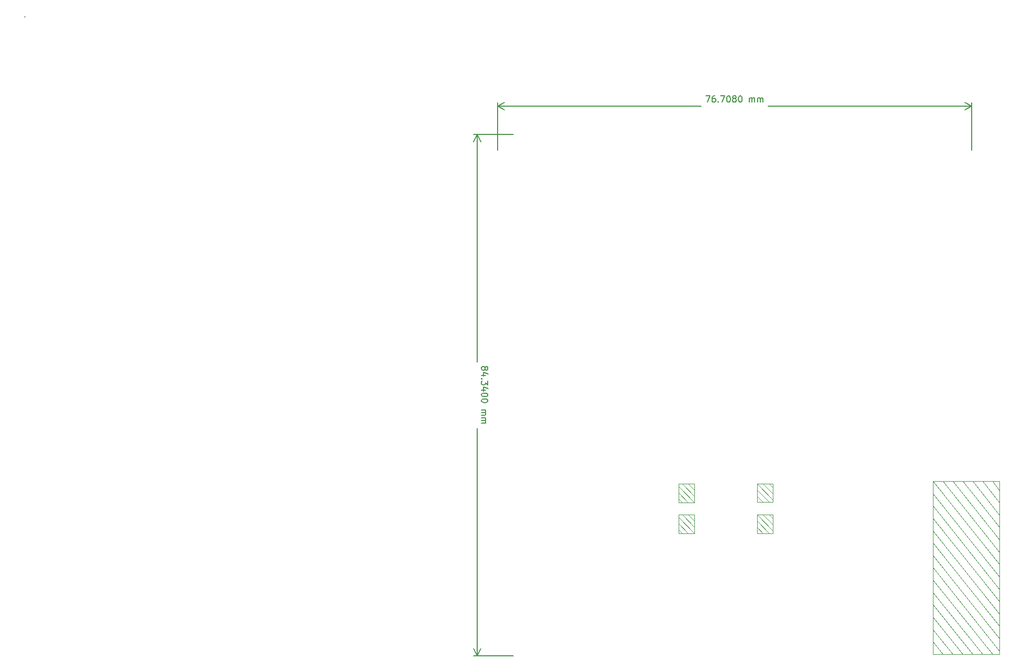
<source format=gbr>
G04 #@! TF.GenerationSoftware,KiCad,Pcbnew,(6.0.0)*
G04 #@! TF.CreationDate,2022-02-26T11:33:25+01:00*
G04 #@! TF.ProjectId,hamodule,68616d6f-6475-46c6-952e-6b696361645f,rev?*
G04 #@! TF.SameCoordinates,Original*
G04 #@! TF.FileFunction,OtherDrawing,Comment*
%FSLAX46Y46*%
G04 Gerber Fmt 4.6, Leading zero omitted, Abs format (unit mm)*
G04 Created by KiCad (PCBNEW (6.0.0)) date 2022-02-26 11:33:25*
%MOMM*%
%LPD*%
G01*
G04 APERTURE LIST*
%ADD10C,0.150000*%
%ADD11C,0.050000*%
%ADD12C,0.100000*%
G04 APERTURE END LIST*
D10*
X48663860Y-48254920D02*
X48656240Y-48262540D01*
X158845833Y-61103699D02*
X159512500Y-61103699D01*
X159083928Y-62103699D01*
X160322023Y-61103699D02*
X160131547Y-61103699D01*
X160036309Y-61151319D01*
X159988690Y-61198938D01*
X159893452Y-61341795D01*
X159845833Y-61532271D01*
X159845833Y-61913223D01*
X159893452Y-62008461D01*
X159941071Y-62056080D01*
X160036309Y-62103699D01*
X160226785Y-62103699D01*
X160322023Y-62056080D01*
X160369642Y-62008461D01*
X160417261Y-61913223D01*
X160417261Y-61675128D01*
X160369642Y-61579890D01*
X160322023Y-61532271D01*
X160226785Y-61484652D01*
X160036309Y-61484652D01*
X159941071Y-61532271D01*
X159893452Y-61579890D01*
X159845833Y-61675128D01*
X160845833Y-62008461D02*
X160893452Y-62056080D01*
X160845833Y-62103699D01*
X160798214Y-62056080D01*
X160845833Y-62008461D01*
X160845833Y-62103699D01*
X161226785Y-61103699D02*
X161893452Y-61103699D01*
X161464880Y-62103699D01*
X162464880Y-61103699D02*
X162560119Y-61103699D01*
X162655357Y-61151319D01*
X162702976Y-61198938D01*
X162750595Y-61294176D01*
X162798214Y-61484652D01*
X162798214Y-61722747D01*
X162750595Y-61913223D01*
X162702976Y-62008461D01*
X162655357Y-62056080D01*
X162560119Y-62103699D01*
X162464880Y-62103699D01*
X162369642Y-62056080D01*
X162322023Y-62008461D01*
X162274404Y-61913223D01*
X162226785Y-61722747D01*
X162226785Y-61484652D01*
X162274404Y-61294176D01*
X162322023Y-61198938D01*
X162369642Y-61151319D01*
X162464880Y-61103699D01*
X163369642Y-61532271D02*
X163274404Y-61484652D01*
X163226785Y-61437033D01*
X163179166Y-61341795D01*
X163179166Y-61294176D01*
X163226785Y-61198938D01*
X163274404Y-61151319D01*
X163369642Y-61103699D01*
X163560119Y-61103699D01*
X163655357Y-61151319D01*
X163702976Y-61198938D01*
X163750595Y-61294176D01*
X163750595Y-61341795D01*
X163702976Y-61437033D01*
X163655357Y-61484652D01*
X163560119Y-61532271D01*
X163369642Y-61532271D01*
X163274404Y-61579890D01*
X163226785Y-61627509D01*
X163179166Y-61722747D01*
X163179166Y-61913223D01*
X163226785Y-62008461D01*
X163274404Y-62056080D01*
X163369642Y-62103699D01*
X163560119Y-62103699D01*
X163655357Y-62056080D01*
X163702976Y-62008461D01*
X163750595Y-61913223D01*
X163750595Y-61722747D01*
X163702976Y-61627509D01*
X163655357Y-61579890D01*
X163560119Y-61532271D01*
X164369642Y-61103699D02*
X164464880Y-61103699D01*
X164560119Y-61151319D01*
X164607738Y-61198938D01*
X164655357Y-61294176D01*
X164702976Y-61484652D01*
X164702976Y-61722747D01*
X164655357Y-61913223D01*
X164607738Y-62008461D01*
X164560119Y-62056080D01*
X164464880Y-62103699D01*
X164369642Y-62103699D01*
X164274404Y-62056080D01*
X164226785Y-62008461D01*
X164179166Y-61913223D01*
X164131547Y-61722747D01*
X164131547Y-61484652D01*
X164179166Y-61294176D01*
X164226785Y-61198938D01*
X164274404Y-61151319D01*
X164369642Y-61103699D01*
X165893452Y-62103699D02*
X165893452Y-61437033D01*
X165893452Y-61532271D02*
X165941071Y-61484652D01*
X166036309Y-61437033D01*
X166179166Y-61437033D01*
X166274404Y-61484652D01*
X166322023Y-61579890D01*
X166322023Y-62103699D01*
X166322023Y-61579890D02*
X166369642Y-61484652D01*
X166464880Y-61437033D01*
X166607738Y-61437033D01*
X166702976Y-61484652D01*
X166750595Y-61579890D01*
X166750595Y-62103699D01*
X167226785Y-62103699D02*
X167226785Y-61437033D01*
X167226785Y-61532271D02*
X167274404Y-61484652D01*
X167369642Y-61437033D01*
X167512500Y-61437033D01*
X167607738Y-61484652D01*
X167655357Y-61579890D01*
X167655357Y-62103699D01*
X167655357Y-61579890D02*
X167702976Y-61484652D01*
X167798214Y-61437033D01*
X167941071Y-61437033D01*
X168036309Y-61484652D01*
X168083928Y-61579890D01*
X168083928Y-62103699D01*
X125158500Y-69913500D02*
X125158500Y-62214899D01*
X201866500Y-69913500D02*
X201866500Y-62214899D01*
X125158500Y-62801319D02*
X158127976Y-62801319D01*
X168897024Y-62801319D02*
X201866500Y-62801319D01*
X125158500Y-62801319D02*
X126285004Y-63387740D01*
X125158500Y-62801319D02*
X126285004Y-62214898D01*
X201866500Y-62801319D02*
X200739996Y-62214898D01*
X201866500Y-62801319D02*
X200739996Y-63387740D01*
X123122626Y-105115363D02*
X123170236Y-105020120D01*
X123217851Y-104972497D01*
X123313084Y-104924869D01*
X123360703Y-104924864D01*
X123455946Y-104972474D01*
X123503569Y-105020089D01*
X123551197Y-105115322D01*
X123551216Y-105305798D01*
X123503606Y-105401041D01*
X123455991Y-105448665D01*
X123360757Y-105496293D01*
X123313138Y-105496297D01*
X123217896Y-105448687D01*
X123170272Y-105401073D01*
X123122644Y-105305839D01*
X123122626Y-105115363D01*
X123074998Y-105020129D01*
X123027374Y-104972515D01*
X122932132Y-104924905D01*
X122741656Y-104924923D01*
X122646422Y-104972551D01*
X122598807Y-105020174D01*
X122551197Y-105115417D01*
X122551216Y-105305893D01*
X122598844Y-105401127D01*
X122646467Y-105448741D01*
X122741710Y-105496351D01*
X122932186Y-105496333D01*
X123027420Y-105448705D01*
X123075034Y-105401082D01*
X123122644Y-105305839D01*
X123217982Y-106353449D02*
X122551315Y-106353512D01*
X123598911Y-106115318D02*
X122884603Y-105877290D01*
X122884662Y-106496338D01*
X122646603Y-106877313D02*
X122598988Y-106924936D01*
X122551365Y-106877322D01*
X122598979Y-106829698D01*
X122646603Y-106877313D01*
X122551365Y-106877322D01*
X123551401Y-107258179D02*
X123551459Y-107877227D01*
X123170475Y-107543930D01*
X123170489Y-107686787D01*
X123122879Y-107782029D01*
X123075264Y-107829653D01*
X122980031Y-107877281D01*
X122741936Y-107877304D01*
X122646693Y-107829694D01*
X122599069Y-107782079D01*
X122551441Y-107686846D01*
X122551414Y-107401131D01*
X122599024Y-107305889D01*
X122646639Y-107258265D01*
X123218207Y-108734401D02*
X122551541Y-108734465D01*
X123599137Y-108496270D02*
X122884829Y-108258243D01*
X122884888Y-108877290D01*
X123551609Y-109448655D02*
X123551618Y-109543894D01*
X123504008Y-109639136D01*
X123456393Y-109686760D01*
X123361159Y-109734388D01*
X123170688Y-109782025D01*
X122932593Y-109782048D01*
X122742112Y-109734447D01*
X122646869Y-109686837D01*
X122599246Y-109639222D01*
X122551618Y-109543988D01*
X122551609Y-109448750D01*
X122599219Y-109353508D01*
X122646833Y-109305884D01*
X122742067Y-109258256D01*
X122932538Y-109210619D01*
X123170634Y-109210596D01*
X123361114Y-109258197D01*
X123456357Y-109305807D01*
X123503980Y-109353422D01*
X123551609Y-109448655D01*
X123551699Y-110401036D02*
X123551708Y-110496275D01*
X123504098Y-110591517D01*
X123456483Y-110639141D01*
X123361250Y-110686769D01*
X123170778Y-110734406D01*
X122932683Y-110734428D01*
X122742202Y-110686827D01*
X122646960Y-110639217D01*
X122599336Y-110591603D01*
X122551708Y-110496369D01*
X122551699Y-110401131D01*
X122599309Y-110305889D01*
X122646923Y-110258265D01*
X122742157Y-110210637D01*
X122932629Y-110163000D01*
X123170724Y-110162977D01*
X123361205Y-110210578D01*
X123456447Y-110258188D01*
X123504071Y-110305803D01*
X123551699Y-110401036D01*
X122551843Y-111924941D02*
X123218510Y-111924878D01*
X123123272Y-111924887D02*
X123170896Y-111972501D01*
X123218524Y-112067735D01*
X123218537Y-112210592D01*
X123170927Y-112305834D01*
X123075694Y-112353463D01*
X122551884Y-112353512D01*
X123075694Y-112353463D02*
X123170936Y-112401073D01*
X123218564Y-112496306D01*
X123218578Y-112639163D01*
X123170968Y-112734406D01*
X123075734Y-112782034D01*
X122551925Y-112782084D01*
X122551970Y-113258274D02*
X123218637Y-113258211D01*
X123123398Y-113258220D02*
X123171022Y-113305834D01*
X123218650Y-113401068D01*
X123218664Y-113543925D01*
X123171054Y-113639168D01*
X123075820Y-113686796D01*
X122552011Y-113686846D01*
X123075820Y-113686796D02*
X123171063Y-113734406D01*
X123218691Y-113829639D01*
X123218704Y-113972497D01*
X123171094Y-114067739D01*
X123075861Y-114115367D01*
X122552051Y-114115417D01*
X127706500Y-151713500D02*
X121271579Y-151714110D01*
X127698500Y-67373500D02*
X121263579Y-67374110D01*
X121857999Y-151714055D02*
X121854510Y-114928579D01*
X121853488Y-104159531D02*
X121849999Y-67374055D01*
X121857999Y-151714055D02*
X122444313Y-150587496D01*
X121857999Y-151714055D02*
X121271471Y-150587607D01*
X121849999Y-67374055D02*
X121263685Y-68500614D01*
X121849999Y-67374055D02*
X122436527Y-68500503D01*
D11*
X169716500Y-130503500D02*
X168116500Y-128903500D01*
X169116500Y-123903500D02*
X169716500Y-124503500D01*
X169116500Y-126903500D02*
X167116500Y-124903500D01*
X167116500Y-123903500D02*
X169716500Y-123903500D01*
X167116500Y-128903500D02*
X169716500Y-131503500D01*
X168116500Y-126903500D02*
X167116500Y-125903500D01*
X169716500Y-123903500D02*
X169716500Y-126903500D01*
X167116500Y-131903500D02*
X167116500Y-128903500D01*
X169716500Y-128903500D02*
X169716500Y-131903500D01*
X167116500Y-123903500D02*
X169716500Y-126503500D01*
X169716500Y-125503500D02*
X168116500Y-123903500D01*
X169716500Y-131903500D02*
X167116500Y-131903500D01*
X169116500Y-128903500D02*
X169716500Y-129503500D01*
X168116500Y-131903500D02*
X167116500Y-130903500D01*
X167116500Y-128903500D02*
X169716500Y-128903500D01*
X169116500Y-131903500D02*
X167116500Y-129903500D01*
X169716500Y-126903500D02*
X167116500Y-126903500D01*
X167116500Y-126903500D02*
X167116500Y-123903500D01*
X157006500Y-131933500D02*
X154406500Y-129333500D01*
X154406500Y-125333500D02*
X156006500Y-126933500D01*
X157006500Y-131933500D02*
X154406500Y-131933500D01*
X155006500Y-131933500D02*
X154406500Y-131333500D01*
X155006500Y-126933500D02*
X154406500Y-126333500D01*
X157006500Y-126933500D02*
X154406500Y-126933500D01*
X154406500Y-128933500D02*
X157006500Y-128933500D01*
X156006500Y-123933500D02*
X157006500Y-124933500D01*
X154406500Y-130333500D02*
X156006500Y-131933500D01*
X157006500Y-123933500D02*
X157006500Y-126933500D01*
X154406500Y-126933500D02*
X154406500Y-123933500D01*
X154406500Y-123933500D02*
X157006500Y-123933500D01*
X157006500Y-126933500D02*
X154406500Y-124333500D01*
X156006500Y-128933500D02*
X157006500Y-129933500D01*
X157006500Y-128933500D02*
X157006500Y-131933500D01*
X155006500Y-128933500D02*
X157006500Y-130933500D01*
X154406500Y-131933500D02*
X154406500Y-128933500D01*
X155006500Y-123933500D02*
X157006500Y-125933500D01*
D12*
X202040500Y-151486500D02*
X195580500Y-143486500D01*
X206360500Y-140961500D02*
X195580500Y-127486500D01*
X206360500Y-151486500D02*
X206360500Y-123486500D01*
X203655500Y-151486500D02*
X195580500Y-141486500D01*
X206360500Y-136961500D02*
X195580500Y-123486500D01*
X195580500Y-123486500D02*
X206360500Y-123486500D01*
X198810500Y-151486500D02*
X195580500Y-147486500D01*
X206360500Y-146961500D02*
X195580500Y-133486500D01*
X206360500Y-148961500D02*
X195580500Y-135486500D01*
X206360500Y-126961500D02*
X203655500Y-123486500D01*
X206360500Y-132961500D02*
X198810500Y-123486500D01*
X206360500Y-124961500D02*
X205270500Y-123486500D01*
X195580500Y-151486500D02*
X195580500Y-123486500D01*
X206360500Y-134961500D02*
X197195500Y-123486500D01*
X206360500Y-144961500D02*
X195580500Y-131486500D01*
X197195500Y-151486500D02*
X195580500Y-149486500D01*
X195580500Y-151486500D02*
X206360500Y-151486500D01*
X205270500Y-151486500D02*
X195580500Y-139486500D01*
X195580500Y-129486500D02*
X206360500Y-142961500D01*
X200425500Y-151486500D02*
X195580500Y-145486500D01*
X206360500Y-130961500D02*
X200425500Y-123486500D01*
X206360500Y-128961500D02*
X202040500Y-123486500D01*
X206360500Y-138961500D02*
X195580500Y-125486500D01*
X206360500Y-150961500D02*
X195580500Y-137486500D01*
M02*

</source>
